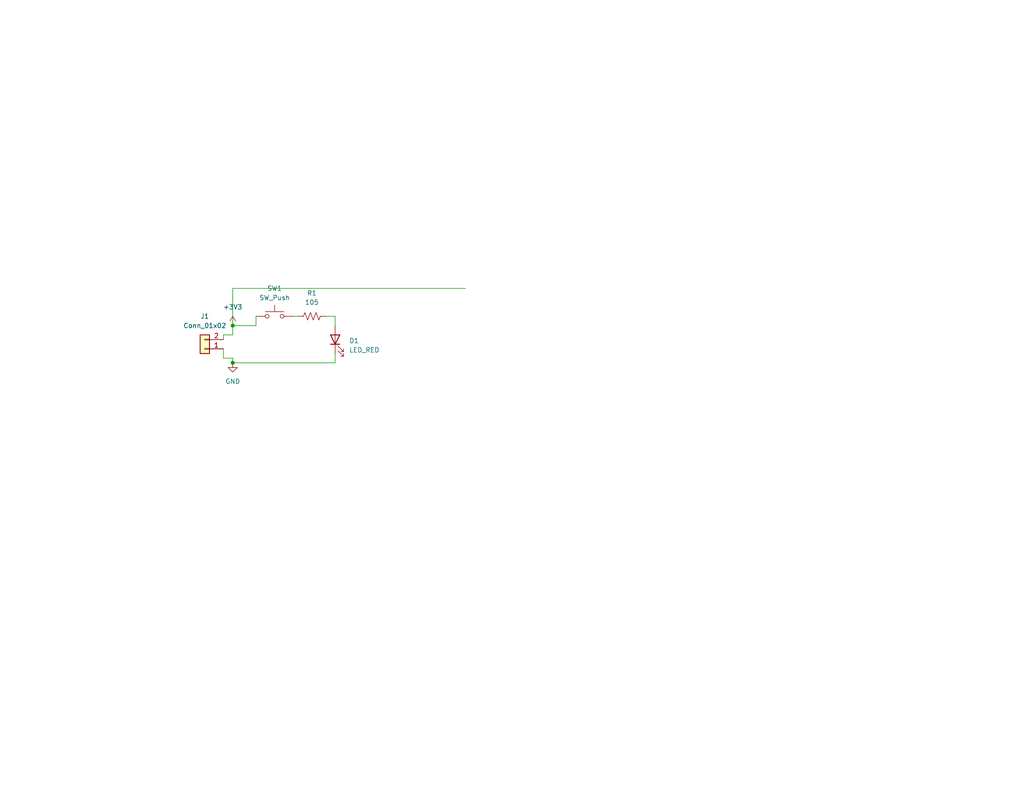
<source format=kicad_sch>
(kicad_sch (version 20230121) (generator eeschema)
  (paper "USLetter")
  (title_block (title "Proj1_9/11") (date "2023-09-11") (rev "0.0") (company "Illini Solar Car") (comment 1 "Designed By: Michael Chen"))
  (lib_symbols
    (symbol "Connector_Generic:Conn_01x02" (pin_names (offset 1.016) hide)
      (property "Reference" "J" (at 0 2.54 0))
      (property "Value" "Conn_01x02" (at 0 -5.08 0))
      (symbol "Conn_01x02_1_1"
        (rectangle (start -1.27 -2.413) (end 0 -2.667) (stroke (width 0.1524)))
        (rectangle (start -1.27 0.127) (end 0 -0.127) (stroke (width 0.1524)))
        (rectangle (start -1.27 1.27) (end 1.27 -3.81) (stroke (width 0.254)) (fill (type background)))
        (pin passive line (at -5.08 0 0) (length 3.81) (name "Pin_1") (number "1"))
        (pin passive line (at -5.08 -2.54 0) (length 3.81) (name "Pin_2") (number "2"))
      )
    )
    (symbol "Switch:SW_Push" (pin_numbers hide) (pin_names (offset 1.016) hide)
      (property "Reference" "SW" (at 1.27 2.54 0))
      (property "Value" "SW_Push" (at 0 -1.524 0))
      (symbol "SW_Push_0_1"
        (circle (center -2.032 0) (radius 0.508))
        (polyline (pts (xy 0 1.27) (xy 0 3.048)))
        (polyline (pts (xy 2.54 1.27) (xy -2.54 1.27)))
        (circle (center 2.032 0) (radius 0.508))
        (pin passive line (at -5.08 0 0) (length 2.54) (name "1") (number "1"))
        (pin passive line (at 5.08 0 180) (length 2.54) (name "2") (number "2"))
      )
    )
    (symbol "device:LED" (pin_numbers hide) (pin_names (offset 1.016) hide)
      (property "Reference" "D" (at 0 2.54 0))
      (property "Value" "LED" (at 0 -2.54 0))
      (symbol "LED_0_1"
        (polyline (pts (xy -1.27 -1.27) (xy -1.27 1.27)) (stroke (width 0.254)))
        (polyline (pts (xy -1.27 0) (xy 1.27 0)))
        (polyline (pts (xy 1.27 -1.27) (xy 1.27 1.27) (xy -1.27 0) (xy 1.27 -1.27)) (stroke (width 0.254)))
        (polyline (pts (xy -3.048 -0.762) (xy -4.572 -2.286) (xy -3.81 -2.286) (xy -4.572 -2.286) (xy -4.572 -1.524)))
        (polyline (pts (xy -1.778 -0.762) (xy -3.302 -2.286) (xy -2.54 -2.286) (xy -3.302 -2.286) (xy -3.302 -1.524)))
      )
      (symbol "LED_1_1"
        (pin passive line (at -3.81 0 0) (length 2.54) (name "K") (number "1"))
        (pin passive line (at 3.81 0 180) (length 2.54) (name "A") (number "2"))
      )
    )
    (symbol "device:R_US" (pin_numbers hide) (pin_names (offset 0))
      (property "Reference" "R" (at 2.54 0 90))
      (property "Value" "R_US" (at -2.54 0 90))
      (symbol "R_US_0_1"
        (polyline (pts (xy 0 -2.286) (xy 0 -2.54)))
        (polyline (pts (xy 0 2.286) (xy 0 2.54)))
        (polyline (pts (xy 0 -0.762) (xy 1.016 -1.143) (xy 0 -1.524) (xy -1.016 -1.905) (xy 0 -2.286)))
        (polyline (pts (xy 0 0.762) (xy 1.016 0.381) (xy 0 0) (xy -1.016 -0.381) (xy 0 -0.762)))
        (polyline (pts (xy 0 2.286) (xy 1.016 1.905) (xy 0 1.524) (xy -1.016 1.143) (xy 0 0.762)))
      )
      (symbol "R_US_1_1"
        (pin passive line (at 0 3.81 270) (length 1.27) (name "~") (number "1"))
        (pin passive line (at 0 -3.81 90) (length 1.27) (name "~") (number "2"))
      )
    )
    (symbol "power:+3V3" (power) (pin_names (offset 0))
      (property "Value" "+3V3" (at 0 3.556 0))
      (symbol "+3V3_0_1"
        (polyline (pts (xy -0.762 1.27) (xy 0 2.54)))
        (polyline (pts (xy 0 0) (xy 0 2.54)))
        (polyline (pts (xy 0 2.54) (xy 0.762 1.27)))
      )
      (symbol "+3V3_1_1"
        (pin power_in line (at 0 0 90) (length 0) hide (name "+3V3") (number "1"))
      )
    )
    (symbol "power:GND" (power) (pin_names (offset 0))
      (property "Value" "GND" (at 0 -3.81 0))
      (symbol "GND_0_1"
        (polyline (pts (xy 0 0) (xy 0 -1.27) (xy 1.27 -1.27) (xy 0 -2.54) (xy -1.27 -1.27) (xy 0 -1.27)))
      )
      (symbol "GND_1_1"
        (pin power_in line (at 0 0 270) (length 0) hide (name "GND") (number "1"))
      )
    )
  )
  (junction (at 63.5 88.9))
  (junction (at 63.5 99.06))
  (wire (pts (xy 60.96 91.44) (xy 63.5 91.44)))
  (wire (pts (xy 63.5 99.06) (xy 91.44 99.06)))
  (wire (pts (xy 63.5 78.74) (xy 63.5 88.9)))
  (wire (pts (xy 63.5 91.44) (xy 63.5 88.9)))
  (wire (pts (xy 60.96 95.25) (xy 60.96 97.79)))
  (wire (pts (xy 91.44 96.52) (xy 91.44 99.06)))
  (wire (pts (xy 127 78.74) (xy 63.5 78.74)))
  (wire (pts (xy 80.01 86.36) (xy 81.28 86.36)))
  (wire (pts (xy 88.9 86.36) (xy 91.44 86.36)))
  (wire (pts (xy 60.96 91.44) (xy 60.96 92.71)))
  (wire (pts (xy 63.5 88.9) (xy 69.85 88.9)))
  (wire (pts (xy 69.85 86.36) (xy 69.85 88.9)))
  (wire (pts (xy 63.5 97.79) (xy 63.5 99.06)))
  (wire (pts (xy 91.44 86.36) (xy 91.44 88.9)))
  (wire (pts (xy 60.96 97.79) (xy 63.5 97.79)))
  (symbol (lib_id "device:LED") (at 91.44 92.71 90) (unit 1)
    (property "Reference" "D1" (at 95.25 93.0275 90) (effects (justify right)))
    (property "Value" "LED_RED" (at 95.25 95.5675 90) (effects (justify right)))
    (property "Footprint" "layout:LED_0603_Symbol_on_F.SilkS" (effects hide))
  )
  (symbol (lib_id "Switch:SW_Push") (at 74.93 86.36 0) (unit 1)
    (property "Reference" "SW1" (at 74.93 78.74 0))
    (property "Value" "SW_Push" (at 74.93 81.28 0))
    (property "Footprint" "Button_Switch_SMD:SW_DIP_SPSTx01_Slide_6.7x4.1mm_W8.61mm_P2.54mm_LowProfile" (effects hide))
    (property "Datasheet" "https://www.te.com/usa-en/product-1825910-6.datasheet.pdf" (effects hide))
    (property "MPN" "1825910-6" (effects hide))
  )
  (symbol (lib_id "Connector_Generic:Conn_01x02") (at 55.88 95.25 180) (unit 1)
    (property "Reference" "J1" (at 55.88 86.36 0))
    (property "Value" "Conn_01x02" (at 55.88 88.9 0))
    (property "Footprint" "Connector_Molex:Molex_KK-254_AE-6410-02A_1x02_P2.54mm_Vertical" (effects hide))
  )
  (symbol (lib_id "power:GND") (at 63.5 99.06 0) (unit 1)
    (property "Reference" "#PWR02" (effects hide))
    (property "Value" "GND" (at 63.5 104.14 0))
  )
  (symbol (lib_id "device:R_US") (at 85.09 86.36 90) (unit 1)
    (property "Reference" "R1" (at 85.09 80.01 90))
    (property "Value" "105" (at 85.09 82.55 90))
    (property "Footprint" "Resistor_SMD:R_0603_1608Metric_Pad0.98x0.95mm_HandSolder" (effects hide))
    (property "Datasheet" "https://tools.molex.com/pdm_docs/sd/022272021_sd.pdf" (effects hide))
    (property "MPN" "022272021" (effects hide))
  )
  (symbol (lib_id "power:+3V3") (at 63.5 88.9 0) (unit 1)
    (property "Reference" "#PWR01" (effects hide))
    (property "Value" "+3V3" (at 63.5 83.82 0))
  )
)
</source>
